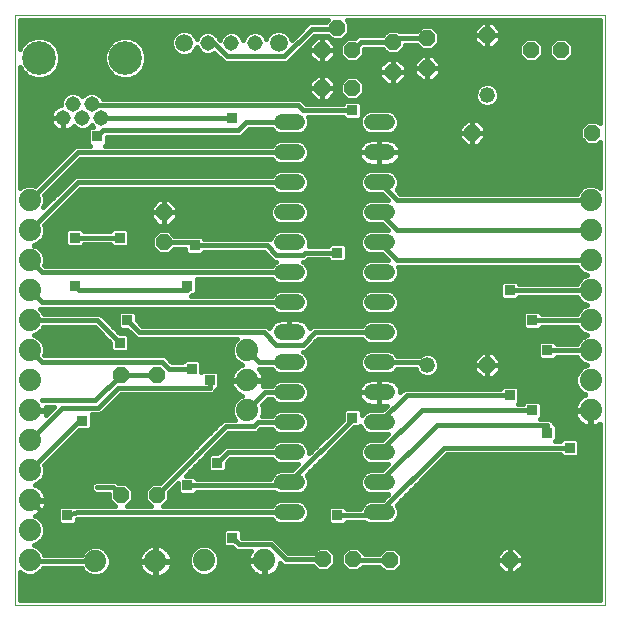
<source format=gbl>
G75*
%MOIN*%
%OFA0B0*%
%FSLAX25Y25*%
%IPPOS*%
%LPD*%
%AMOC8*
5,1,8,0,0,1.08239X$1,22.5*
%
%ADD10C,0.00000*%
%ADD11OC8,0.05200*%
%ADD12C,0.05200*%
%ADD13C,0.05150*%
%ADD14C,0.11220*%
%ADD15C,0.05200*%
%ADD16C,0.05937*%
%ADD17C,0.07400*%
%ADD18C,0.01600*%
%ADD19R,0.03562X0.03562*%
D10*
X0005060Y0001800D02*
X0005060Y0198650D01*
X0201910Y0198650D01*
X0201910Y0001800D01*
X0005060Y0001800D01*
D11*
X0040375Y0038670D03*
X0052560Y0038670D03*
X0052560Y0078670D03*
X0040375Y0078670D03*
X0054745Y0122725D03*
X0054745Y0132725D03*
X0107560Y0174300D03*
X0117560Y0174300D03*
X0117560Y0186800D03*
X0112560Y0194300D03*
X0107560Y0186800D03*
X0131005Y0189576D03*
X0131005Y0179576D03*
X0142540Y0180855D03*
X0142540Y0190855D03*
X0162560Y0191800D03*
X0177245Y0186800D03*
X0187245Y0186800D03*
X0197560Y0159300D03*
X0157560Y0159300D03*
X0162560Y0081800D03*
X0170060Y0016800D03*
X0130060Y0016800D03*
X0117875Y0017135D03*
X0107875Y0017135D03*
D12*
X0142560Y0081800D03*
X0162560Y0171800D03*
D13*
X0085119Y0189300D03*
X0077245Y0189300D03*
X0069371Y0189300D03*
X0033859Y0164221D03*
X0030710Y0168946D03*
X0027560Y0164221D03*
X0024410Y0168946D03*
X0021261Y0164221D03*
D14*
X0013190Y0184300D03*
X0041930Y0184300D03*
D15*
X0094035Y0162745D02*
X0099235Y0162745D01*
X0099235Y0152745D02*
X0094035Y0152745D01*
X0094035Y0142745D02*
X0099235Y0142745D01*
X0099235Y0132745D02*
X0094035Y0132745D01*
X0094035Y0122745D02*
X0099235Y0122745D01*
X0099235Y0112745D02*
X0094035Y0112745D01*
X0094035Y0102745D02*
X0099235Y0102745D01*
X0099235Y0092745D02*
X0094035Y0092745D01*
X0094035Y0082745D02*
X0099235Y0082745D01*
X0099235Y0072745D02*
X0094035Y0072745D01*
X0094035Y0062745D02*
X0099235Y0062745D01*
X0099235Y0052745D02*
X0094035Y0052745D01*
X0094035Y0042745D02*
X0099235Y0042745D01*
X0099235Y0032745D02*
X0094035Y0032745D01*
X0124035Y0032745D02*
X0129235Y0032745D01*
X0129235Y0042745D02*
X0124035Y0042745D01*
X0124035Y0052745D02*
X0129235Y0052745D01*
X0129235Y0062745D02*
X0124035Y0062745D01*
X0124035Y0072745D02*
X0129235Y0072745D01*
X0129235Y0082745D02*
X0124035Y0082745D01*
X0124035Y0092745D02*
X0129235Y0092745D01*
X0129235Y0102745D02*
X0124035Y0102745D01*
X0124035Y0112745D02*
X0129235Y0112745D01*
X0129235Y0122745D02*
X0124035Y0122745D01*
X0124035Y0132745D02*
X0129235Y0132745D01*
X0129235Y0142745D02*
X0124035Y0142745D01*
X0124035Y0152745D02*
X0129235Y0152745D01*
X0129235Y0162745D02*
X0124035Y0162745D01*
D16*
X0092993Y0189300D03*
X0061497Y0189300D03*
D17*
X0010060Y0136800D03*
X0010060Y0126800D03*
X0010060Y0116800D03*
X0010060Y0106800D03*
X0010060Y0096800D03*
X0010060Y0086800D03*
X0010060Y0076800D03*
X0010060Y0066800D03*
X0010060Y0056800D03*
X0010060Y0046800D03*
X0010060Y0036800D03*
X0010060Y0026800D03*
X0010060Y0016800D03*
X0031950Y0016485D03*
X0051950Y0016485D03*
X0068190Y0016800D03*
X0088190Y0016800D03*
X0082560Y0066800D03*
X0082560Y0076800D03*
X0082560Y0086800D03*
X0197060Y0086800D03*
X0197060Y0076800D03*
X0197060Y0066800D03*
X0197060Y0096800D03*
X0197060Y0106800D03*
X0197060Y0116800D03*
X0197060Y0126800D03*
X0197060Y0136800D03*
D18*
X0132580Y0136800D01*
X0126635Y0142745D01*
X0130030Y0146745D02*
X0123239Y0146745D01*
X0121769Y0146136D01*
X0120644Y0145011D01*
X0120035Y0143541D01*
X0120035Y0141949D01*
X0120644Y0140479D01*
X0121769Y0139354D01*
X0123239Y0138745D01*
X0127524Y0138745D01*
X0129524Y0136745D01*
X0123239Y0136745D01*
X0121769Y0136136D01*
X0120644Y0135011D01*
X0120035Y0133541D01*
X0120035Y0131949D01*
X0120644Y0130479D01*
X0121769Y0129354D01*
X0123239Y0128745D01*
X0127524Y0128745D01*
X0129524Y0126745D01*
X0123239Y0126745D01*
X0121769Y0126136D01*
X0120644Y0125011D01*
X0120035Y0123541D01*
X0120035Y0121949D01*
X0120644Y0120479D01*
X0121769Y0119354D01*
X0123239Y0118745D01*
X0127524Y0118745D01*
X0129524Y0116745D01*
X0123239Y0116745D01*
X0121769Y0116136D01*
X0120644Y0115011D01*
X0120035Y0113541D01*
X0120035Y0111949D01*
X0120644Y0110479D01*
X0121769Y0109354D01*
X0123239Y0108745D01*
X0130030Y0108745D01*
X0131501Y0109354D01*
X0132626Y0110479D01*
X0133235Y0111949D01*
X0133235Y0113541D01*
X0132796Y0114600D01*
X0192451Y0114600D01*
X0192736Y0113911D01*
X0194171Y0112476D01*
X0195804Y0111800D01*
X0194171Y0111124D01*
X0192736Y0109689D01*
X0192451Y0109000D01*
X0173241Y0109000D01*
X0173241Y0109161D01*
X0172421Y0109981D01*
X0167699Y0109981D01*
X0166879Y0109161D01*
X0166879Y0104439D01*
X0167699Y0103619D01*
X0172421Y0103619D01*
X0173241Y0104439D01*
X0173241Y0104600D01*
X0192451Y0104600D01*
X0192736Y0103911D01*
X0194171Y0102476D01*
X0195804Y0101800D01*
X0194171Y0101124D01*
X0192736Y0099689D01*
X0192451Y0099000D01*
X0180741Y0099000D01*
X0180741Y0099161D01*
X0179921Y0099981D01*
X0175199Y0099981D01*
X0174379Y0099161D01*
X0174379Y0094439D01*
X0175199Y0093619D01*
X0179921Y0093619D01*
X0180741Y0094439D01*
X0180741Y0094600D01*
X0192451Y0094600D01*
X0192736Y0093911D01*
X0194171Y0092476D01*
X0195804Y0091800D01*
X0194171Y0091124D01*
X0192736Y0089689D01*
X0192451Y0089000D01*
X0185741Y0089000D01*
X0185741Y0089161D01*
X0184921Y0089981D01*
X0180199Y0089981D01*
X0179379Y0089161D01*
X0179379Y0084439D01*
X0180199Y0083619D01*
X0184921Y0083619D01*
X0185741Y0084439D01*
X0185741Y0084600D01*
X0192451Y0084600D01*
X0192736Y0083911D01*
X0194171Y0082476D01*
X0195804Y0081800D01*
X0194171Y0081124D01*
X0192736Y0079689D01*
X0191960Y0077814D01*
X0191960Y0075786D01*
X0192736Y0073911D01*
X0194171Y0072476D01*
X0195297Y0072010D01*
X0194949Y0071897D01*
X0194177Y0071504D01*
X0193477Y0070995D01*
X0192865Y0070383D01*
X0192356Y0069683D01*
X0191963Y0068911D01*
X0191695Y0068088D01*
X0191560Y0067233D01*
X0191560Y0067000D01*
X0196860Y0067000D01*
X0196860Y0066600D01*
X0197260Y0066600D01*
X0197260Y0061300D01*
X0197493Y0061300D01*
X0198348Y0061435D01*
X0199171Y0061703D01*
X0199943Y0062096D01*
X0200110Y0062218D01*
X0200110Y0003600D01*
X0006860Y0003600D01*
X0006860Y0012788D01*
X0007171Y0012476D01*
X0009046Y0011700D01*
X0011074Y0011700D01*
X0012949Y0012476D01*
X0014384Y0013911D01*
X0014538Y0014285D01*
X0027341Y0014285D01*
X0027626Y0013596D01*
X0029061Y0012161D01*
X0030935Y0011385D01*
X0032964Y0011385D01*
X0034839Y0012161D01*
X0036273Y0013596D01*
X0037050Y0015471D01*
X0037050Y0017499D01*
X0036273Y0019374D01*
X0034839Y0020809D01*
X0032964Y0021585D01*
X0030935Y0021585D01*
X0029061Y0020809D01*
X0027626Y0019374D01*
X0027341Y0018685D01*
X0014799Y0018685D01*
X0014384Y0019689D01*
X0012949Y0021124D01*
X0011316Y0021800D01*
X0012949Y0022476D01*
X0014384Y0023911D01*
X0015160Y0025786D01*
X0015160Y0027814D01*
X0014384Y0029689D01*
X0012949Y0031124D01*
X0011823Y0031590D01*
X0012171Y0031703D01*
X0012943Y0032096D01*
X0013643Y0032605D01*
X0014255Y0033217D01*
X0014764Y0033917D01*
X0015157Y0034689D01*
X0015425Y0035512D01*
X0015560Y0036367D01*
X0015560Y0036600D01*
X0010260Y0036600D01*
X0010260Y0037000D01*
X0015560Y0037000D01*
X0015560Y0037233D01*
X0015425Y0038088D01*
X0015157Y0038911D01*
X0014764Y0039683D01*
X0014255Y0040383D01*
X0013643Y0040995D01*
X0012943Y0041504D01*
X0012171Y0041897D01*
X0011823Y0042010D01*
X0012949Y0042476D01*
X0014384Y0043911D01*
X0015160Y0045786D01*
X0015160Y0047814D01*
X0014875Y0048503D01*
X0026464Y0060092D01*
X0029921Y0060092D01*
X0030741Y0060913D01*
X0030741Y0065475D01*
X0033686Y0065475D01*
X0040310Y0072100D01*
X0070971Y0072100D01*
X0072260Y0073389D01*
X0072260Y0073619D01*
X0072421Y0073619D01*
X0073241Y0074439D01*
X0073241Y0079161D01*
X0072421Y0079981D01*
X0067699Y0079981D01*
X0067296Y0079578D01*
X0067296Y0082901D01*
X0066476Y0083721D01*
X0061754Y0083721D01*
X0060934Y0082901D01*
X0060934Y0082740D01*
X0057541Y0082740D01*
X0055211Y0085070D01*
X0014901Y0085070D01*
X0014875Y0085097D01*
X0015160Y0085786D01*
X0015160Y0087814D01*
X0014384Y0089689D01*
X0012949Y0091124D01*
X0011316Y0091800D01*
X0012949Y0092476D01*
X0014384Y0093911D01*
X0014669Y0094600D01*
X0031649Y0094600D01*
X0036879Y0089370D01*
X0036879Y0086939D01*
X0037699Y0086119D01*
X0042421Y0086119D01*
X0043241Y0086939D01*
X0043241Y0091661D01*
X0042421Y0092481D01*
X0039990Y0092481D01*
X0034760Y0097711D01*
X0033471Y0099000D01*
X0014669Y0099000D01*
X0014384Y0099689D01*
X0013528Y0100545D01*
X0090616Y0100545D01*
X0090644Y0100479D01*
X0091769Y0099354D01*
X0093239Y0098745D01*
X0100030Y0098745D01*
X0101501Y0099354D01*
X0102626Y0100479D01*
X0103235Y0101949D01*
X0103235Y0103541D01*
X0102626Y0105011D01*
X0101501Y0106136D01*
X0100030Y0106745D01*
X0093239Y0106745D01*
X0091769Y0106136D01*
X0090644Y0105011D01*
X0090616Y0104945D01*
X0063816Y0104945D01*
X0064033Y0105162D01*
X0064921Y0105162D01*
X0065741Y0105982D01*
X0065741Y0110545D01*
X0090616Y0110545D01*
X0090644Y0110479D01*
X0091769Y0109354D01*
X0093239Y0108745D01*
X0100030Y0108745D01*
X0101501Y0109354D01*
X0102626Y0110479D01*
X0103235Y0111949D01*
X0103235Y0113541D01*
X0102626Y0115011D01*
X0101501Y0116136D01*
X0100996Y0116345D01*
X0101886Y0116345D01*
X0102641Y0117100D01*
X0109379Y0117100D01*
X0109379Y0116939D01*
X0110199Y0116119D01*
X0114921Y0116119D01*
X0115741Y0116939D01*
X0115741Y0121661D01*
X0114921Y0122481D01*
X0110199Y0122481D01*
X0109379Y0121661D01*
X0109379Y0121500D01*
X0103049Y0121500D01*
X0103235Y0121949D01*
X0103235Y0123541D01*
X0102626Y0125011D01*
X0101501Y0126136D01*
X0100030Y0126745D01*
X0093239Y0126745D01*
X0091769Y0126136D01*
X0090644Y0125011D01*
X0090145Y0123806D01*
X0089951Y0124000D01*
X0068241Y0124000D01*
X0068241Y0124161D01*
X0067421Y0124981D01*
X0062699Y0124981D01*
X0062643Y0124925D01*
X0058202Y0124925D01*
X0056402Y0126725D01*
X0053088Y0126725D01*
X0050745Y0124382D01*
X0050745Y0121068D01*
X0053088Y0118725D01*
X0056402Y0118725D01*
X0058202Y0120525D01*
X0061879Y0120525D01*
X0061879Y0119439D01*
X0062699Y0118619D01*
X0067421Y0118619D01*
X0068241Y0119439D01*
X0068241Y0119600D01*
X0088129Y0119600D01*
X0091384Y0116345D01*
X0092273Y0116345D01*
X0091769Y0116136D01*
X0090644Y0115011D01*
X0090616Y0114945D01*
X0015026Y0114945D01*
X0014875Y0115097D01*
X0015160Y0115786D01*
X0015160Y0117814D01*
X0014384Y0119689D01*
X0012949Y0121124D01*
X0011316Y0121800D01*
X0012949Y0122476D01*
X0014384Y0123911D01*
X0015160Y0125786D01*
X0015160Y0127814D01*
X0014875Y0128503D01*
X0026916Y0140545D01*
X0090616Y0140545D01*
X0090644Y0140479D01*
X0091769Y0139354D01*
X0093239Y0138745D01*
X0100030Y0138745D01*
X0101501Y0139354D01*
X0102626Y0140479D01*
X0103235Y0141949D01*
X0103235Y0143541D01*
X0102626Y0145011D01*
X0101501Y0146136D01*
X0100030Y0146745D01*
X0093239Y0146745D01*
X0091769Y0146136D01*
X0090644Y0145011D01*
X0090616Y0144945D01*
X0025094Y0144945D01*
X0023805Y0143656D01*
X0014612Y0134464D01*
X0015160Y0135786D01*
X0015160Y0137814D01*
X0014875Y0138503D01*
X0026916Y0150545D01*
X0090616Y0150545D01*
X0090644Y0150479D01*
X0091769Y0149354D01*
X0093239Y0148745D01*
X0100030Y0148745D01*
X0101501Y0149354D01*
X0102626Y0150479D01*
X0103235Y0151949D01*
X0103235Y0153541D01*
X0102626Y0155011D01*
X0101501Y0156136D01*
X0100030Y0156745D01*
X0093239Y0156745D01*
X0091769Y0156136D01*
X0090644Y0155011D01*
X0090616Y0154945D01*
X0035002Y0154945D01*
X0035741Y0155684D01*
X0035741Y0157846D01*
X0080443Y0157846D01*
X0083141Y0160545D01*
X0090616Y0160545D01*
X0090644Y0160479D01*
X0091769Y0159354D01*
X0093239Y0158745D01*
X0100030Y0158745D01*
X0101501Y0159354D01*
X0102626Y0160479D01*
X0103235Y0161949D01*
X0103235Y0163541D01*
X0102796Y0164600D01*
X0114379Y0164600D01*
X0114379Y0164439D01*
X0115199Y0163619D01*
X0119921Y0163619D01*
X0120171Y0163869D01*
X0120035Y0163541D01*
X0120035Y0161949D01*
X0120644Y0160479D01*
X0121769Y0159354D01*
X0123239Y0158745D01*
X0130030Y0158745D01*
X0131501Y0159354D01*
X0132626Y0160479D01*
X0133235Y0161949D01*
X0133235Y0163541D01*
X0132626Y0165011D01*
X0131501Y0166136D01*
X0130030Y0166745D01*
X0123239Y0166745D01*
X0121769Y0166136D01*
X0120741Y0165108D01*
X0120741Y0169161D01*
X0119921Y0169981D01*
X0115199Y0169981D01*
X0114379Y0169161D01*
X0114379Y0169000D01*
X0102031Y0169000D01*
X0100435Y0170596D01*
X0034328Y0170596D01*
X0034079Y0171197D01*
X0032961Y0172315D01*
X0031500Y0172920D01*
X0029919Y0172920D01*
X0028458Y0172315D01*
X0027560Y0171417D01*
X0026662Y0172315D01*
X0025201Y0172920D01*
X0023620Y0172920D01*
X0022159Y0172315D01*
X0021041Y0171197D01*
X0020436Y0169736D01*
X0020436Y0168520D01*
X0020236Y0168488D01*
X0019581Y0168276D01*
X0018968Y0167963D01*
X0018411Y0167558D01*
X0017924Y0167071D01*
X0017519Y0166514D01*
X0017206Y0165901D01*
X0016994Y0165246D01*
X0016886Y0164566D01*
X0016886Y0164221D01*
X0016886Y0163877D01*
X0016994Y0163197D01*
X0017206Y0162542D01*
X0017519Y0161928D01*
X0017924Y0161371D01*
X0018411Y0160884D01*
X0018968Y0160480D01*
X0019581Y0160167D01*
X0020236Y0159954D01*
X0020916Y0159846D01*
X0021261Y0159846D01*
X0021605Y0159846D01*
X0022285Y0159954D01*
X0022940Y0160167D01*
X0023554Y0160480D01*
X0024111Y0160884D01*
X0024598Y0161371D01*
X0024678Y0161482D01*
X0025308Y0160852D01*
X0026769Y0160246D01*
X0028351Y0160246D01*
X0029812Y0160852D01*
X0030710Y0161750D01*
X0031233Y0161226D01*
X0030199Y0161226D01*
X0029379Y0160406D01*
X0029379Y0155684D01*
X0030118Y0154945D01*
X0025094Y0154945D01*
X0023805Y0153656D01*
X0011763Y0141615D01*
X0011074Y0141900D01*
X0009046Y0141900D01*
X0007171Y0141124D01*
X0006860Y0140812D01*
X0006860Y0181263D01*
X0007247Y0180329D01*
X0009219Y0178357D01*
X0011795Y0177290D01*
X0014584Y0177290D01*
X0017161Y0178357D01*
X0019133Y0180329D01*
X0020200Y0182906D01*
X0020200Y0185694D01*
X0019133Y0188271D01*
X0017161Y0190243D01*
X0014584Y0191310D01*
X0011795Y0191310D01*
X0009219Y0190243D01*
X0007247Y0188271D01*
X0006860Y0187337D01*
X0006860Y0196850D01*
X0109454Y0196850D01*
X0108654Y0196050D01*
X0103093Y0196050D01*
X0097318Y0190275D01*
X0096696Y0191775D01*
X0095468Y0193003D01*
X0093862Y0193668D01*
X0092124Y0193668D01*
X0090518Y0193003D01*
X0089290Y0191775D01*
X0088843Y0190696D01*
X0088489Y0191552D01*
X0087371Y0192670D01*
X0085910Y0193275D01*
X0084328Y0193275D01*
X0082867Y0192670D01*
X0081749Y0191552D01*
X0081182Y0190182D01*
X0080615Y0191552D01*
X0079497Y0192670D01*
X0078036Y0193275D01*
X0076454Y0193275D01*
X0074993Y0192670D01*
X0073875Y0191552D01*
X0073385Y0190367D01*
X0073123Y0190630D01*
X0072741Y0191552D01*
X0071623Y0192670D01*
X0070162Y0193275D01*
X0068580Y0193275D01*
X0067119Y0192670D01*
X0066001Y0191552D01*
X0065647Y0190696D01*
X0065200Y0191775D01*
X0063972Y0193003D01*
X0062366Y0193668D01*
X0060628Y0193668D01*
X0059022Y0193003D01*
X0057794Y0191775D01*
X0057128Y0190169D01*
X0057128Y0188431D01*
X0057794Y0186825D01*
X0059022Y0185597D01*
X0060628Y0184931D01*
X0062366Y0184931D01*
X0063972Y0185597D01*
X0065200Y0186825D01*
X0065647Y0187904D01*
X0066001Y0187048D01*
X0067119Y0185930D01*
X0068580Y0185325D01*
X0070162Y0185325D01*
X0071606Y0185924D01*
X0074998Y0182531D01*
X0095797Y0182531D01*
X0097085Y0183820D01*
X0104916Y0191650D01*
X0109553Y0191650D01*
X0110903Y0190300D01*
X0114217Y0190300D01*
X0116560Y0192643D01*
X0116560Y0195957D01*
X0115666Y0196850D01*
X0200110Y0196850D01*
X0200110Y0162406D01*
X0199217Y0163300D01*
X0195903Y0163300D01*
X0193560Y0160957D01*
X0193560Y0157643D01*
X0195903Y0155300D01*
X0199217Y0155300D01*
X0200110Y0156194D01*
X0200110Y0140962D01*
X0199949Y0141124D01*
X0198074Y0141900D01*
X0196046Y0141900D01*
X0194171Y0141124D01*
X0192736Y0139689D01*
X0192451Y0139000D01*
X0133491Y0139000D01*
X0132319Y0140172D01*
X0132626Y0140479D01*
X0133235Y0141949D01*
X0133235Y0143541D01*
X0132626Y0145011D01*
X0131501Y0146136D01*
X0130030Y0146745D01*
X0129581Y0148345D02*
X0126635Y0148345D01*
X0126635Y0152745D01*
X0133635Y0152745D01*
X0133635Y0153091D01*
X0133526Y0153775D01*
X0133312Y0154434D01*
X0132998Y0155051D01*
X0132591Y0155611D01*
X0132101Y0156101D01*
X0131541Y0156508D01*
X0130924Y0156823D01*
X0130265Y0157037D01*
X0129581Y0157145D01*
X0126635Y0157145D01*
X0126635Y0152745D01*
X0126635Y0152745D01*
X0126635Y0152745D01*
X0133635Y0152745D01*
X0133635Y0152399D01*
X0133526Y0151715D01*
X0133312Y0151056D01*
X0132998Y0150439D01*
X0132591Y0149878D01*
X0132101Y0149389D01*
X0131541Y0148982D01*
X0130924Y0148667D01*
X0130265Y0148453D01*
X0129581Y0148345D01*
X0131308Y0148863D02*
X0200110Y0148863D01*
X0200110Y0147265D02*
X0023636Y0147265D01*
X0025234Y0148863D02*
X0092954Y0148863D01*
X0090661Y0150462D02*
X0026833Y0150462D01*
X0026005Y0152745D02*
X0096635Y0152745D01*
X0100316Y0148863D02*
X0121961Y0148863D01*
X0121729Y0148982D02*
X0122346Y0148667D01*
X0123004Y0148453D01*
X0123688Y0148345D01*
X0126635Y0148345D01*
X0126635Y0152745D01*
X0126635Y0157145D01*
X0123688Y0157145D01*
X0123004Y0157037D01*
X0122346Y0156823D01*
X0121729Y0156508D01*
X0121168Y0156101D01*
X0120679Y0155611D01*
X0120272Y0155051D01*
X0119957Y0154434D01*
X0119743Y0153775D01*
X0119635Y0153091D01*
X0119635Y0152745D01*
X0126635Y0152745D01*
X0126635Y0152745D01*
X0126635Y0152745D01*
X0119635Y0152745D01*
X0119635Y0152399D01*
X0119743Y0151715D01*
X0119957Y0151056D01*
X0120272Y0150439D01*
X0120679Y0149878D01*
X0121168Y0149389D01*
X0121729Y0148982D01*
X0120260Y0150462D02*
X0102608Y0150462D01*
X0103235Y0152060D02*
X0119688Y0152060D01*
X0119725Y0153659D02*
X0103186Y0153659D01*
X0102379Y0155257D02*
X0120421Y0155257D01*
X0122448Y0156856D02*
X0035741Y0156856D01*
X0035314Y0155257D02*
X0090890Y0155257D01*
X0091070Y0160053D02*
X0082649Y0160053D01*
X0081050Y0158454D02*
X0153160Y0158454D01*
X0153160Y0159300D02*
X0153160Y0157477D01*
X0155737Y0154900D01*
X0157560Y0154900D01*
X0159383Y0154900D01*
X0161960Y0157477D01*
X0161960Y0159300D01*
X0161960Y0161123D01*
X0159383Y0163700D01*
X0157560Y0163700D01*
X0157560Y0159300D01*
X0161960Y0159300D01*
X0157560Y0159300D01*
X0157560Y0159300D01*
X0157560Y0159300D01*
X0157560Y0154900D01*
X0157560Y0159300D01*
X0157560Y0159300D01*
X0157560Y0159300D01*
X0153160Y0159300D01*
X0153160Y0161123D01*
X0155737Y0163700D01*
X0157560Y0163700D01*
X0157560Y0159300D01*
X0153160Y0159300D01*
X0153160Y0160053D02*
X0132199Y0160053D01*
X0133111Y0161651D02*
X0153689Y0161651D01*
X0155287Y0163250D02*
X0133235Y0163250D01*
X0132693Y0164848D02*
X0200110Y0164848D01*
X0200110Y0163250D02*
X0199267Y0163250D01*
X0200110Y0166447D02*
X0130750Y0166447D01*
X0122519Y0166447D02*
X0120741Y0166447D01*
X0120741Y0168045D02*
X0161172Y0168045D01*
X0161764Y0167800D02*
X0163356Y0167800D01*
X0164826Y0168409D01*
X0165951Y0169534D01*
X0166560Y0171004D01*
X0166560Y0172596D01*
X0165951Y0174066D01*
X0164826Y0175191D01*
X0163356Y0175800D01*
X0161764Y0175800D01*
X0160294Y0175191D01*
X0159169Y0174066D01*
X0158560Y0172596D01*
X0158560Y0171004D01*
X0159169Y0169534D01*
X0160294Y0168409D01*
X0161764Y0167800D01*
X0163948Y0168045D02*
X0200110Y0168045D01*
X0200110Y0169644D02*
X0165996Y0169644D01*
X0166560Y0171242D02*
X0200110Y0171242D01*
X0200110Y0172841D02*
X0166458Y0172841D01*
X0165578Y0174439D02*
X0200110Y0174439D01*
X0200110Y0176038D02*
X0133690Y0176038D01*
X0132827Y0175176D02*
X0131005Y0175176D01*
X0131005Y0179575D01*
X0131005Y0179575D01*
X0131005Y0175176D01*
X0129182Y0175176D01*
X0126605Y0177753D01*
X0126605Y0179576D01*
X0131005Y0179576D01*
X0131005Y0179576D01*
X0131005Y0183976D01*
X0132827Y0183976D01*
X0135405Y0181398D01*
X0135405Y0179576D01*
X0131005Y0179576D01*
X0131005Y0183976D01*
X0129182Y0183976D01*
X0126605Y0181398D01*
X0126605Y0179576D01*
X0131005Y0179576D01*
X0131005Y0179576D01*
X0131005Y0179576D01*
X0135405Y0179576D01*
X0135405Y0177753D01*
X0132827Y0175176D01*
X0131005Y0176038D02*
X0131005Y0176038D01*
X0131005Y0177636D02*
X0131005Y0177636D01*
X0131005Y0179235D02*
X0131005Y0179235D01*
X0131005Y0180833D02*
X0131005Y0180833D01*
X0131005Y0182432D02*
X0131005Y0182432D01*
X0134371Y0182432D02*
X0138140Y0182432D01*
X0138140Y0182678D02*
X0138140Y0180855D01*
X0138140Y0179033D01*
X0140718Y0176455D01*
X0142540Y0176455D01*
X0142540Y0180855D01*
X0138140Y0180855D01*
X0142540Y0180855D01*
X0142540Y0180855D01*
X0142540Y0180855D01*
X0142540Y0185255D01*
X0140718Y0185255D01*
X0138140Y0182678D01*
X0138140Y0180833D02*
X0135405Y0180833D01*
X0135405Y0179235D02*
X0138140Y0179235D01*
X0139537Y0177636D02*
X0135288Y0177636D01*
X0142540Y0177636D02*
X0142540Y0177636D01*
X0142540Y0176455D02*
X0144363Y0176455D01*
X0146940Y0179033D01*
X0146940Y0180855D01*
X0142540Y0180855D01*
X0142540Y0180855D01*
X0142540Y0176455D01*
X0142540Y0179235D02*
X0142540Y0179235D01*
X0142540Y0180833D02*
X0142540Y0180833D01*
X0142540Y0180855D02*
X0142540Y0180855D01*
X0142540Y0185255D01*
X0144363Y0185255D01*
X0146940Y0182678D01*
X0146940Y0180855D01*
X0142540Y0180855D01*
X0142540Y0182432D02*
X0142540Y0182432D01*
X0142540Y0184030D02*
X0142540Y0184030D01*
X0139493Y0184030D02*
X0120447Y0184030D01*
X0121560Y0185143D02*
X0121560Y0187376D01*
X0127548Y0187376D01*
X0129348Y0185576D01*
X0132662Y0185576D01*
X0135005Y0187919D01*
X0135005Y0188655D01*
X0139083Y0188655D01*
X0140883Y0186855D01*
X0144197Y0186855D01*
X0146540Y0189198D01*
X0146540Y0192512D01*
X0144197Y0194855D01*
X0140883Y0194855D01*
X0139083Y0193055D01*
X0133182Y0193055D01*
X0132662Y0193576D01*
X0129348Y0193576D01*
X0127548Y0191776D01*
X0119424Y0191776D01*
X0118449Y0190800D01*
X0115903Y0190800D01*
X0113560Y0188457D01*
X0113560Y0185143D01*
X0115903Y0182800D01*
X0119217Y0182800D01*
X0121560Y0185143D01*
X0121560Y0185629D02*
X0129295Y0185629D01*
X0127696Y0187227D02*
X0121560Y0187227D01*
X0120336Y0189576D02*
X0131005Y0189576D01*
X0132284Y0190855D01*
X0142540Y0190855D01*
X0140511Y0187227D02*
X0134313Y0187227D01*
X0132715Y0185629D02*
X0173245Y0185629D01*
X0173245Y0185143D02*
X0175588Y0182800D01*
X0178902Y0182800D01*
X0181245Y0185143D01*
X0181245Y0188457D01*
X0178902Y0190800D01*
X0175588Y0190800D01*
X0173245Y0188457D01*
X0173245Y0185143D01*
X0174358Y0184030D02*
X0145588Y0184030D01*
X0146940Y0182432D02*
X0200110Y0182432D01*
X0200110Y0184030D02*
X0190132Y0184030D01*
X0191245Y0185143D02*
X0188902Y0182800D01*
X0185588Y0182800D01*
X0183245Y0185143D01*
X0183245Y0188457D01*
X0185588Y0190800D01*
X0188902Y0190800D01*
X0191245Y0188457D01*
X0191245Y0185143D01*
X0191245Y0185629D02*
X0200110Y0185629D01*
X0200110Y0187227D02*
X0191245Y0187227D01*
X0190876Y0188826D02*
X0200110Y0188826D01*
X0200110Y0190424D02*
X0189278Y0190424D01*
X0185213Y0190424D02*
X0179278Y0190424D01*
X0180876Y0188826D02*
X0183614Y0188826D01*
X0183245Y0187227D02*
X0181245Y0187227D01*
X0181245Y0185629D02*
X0183245Y0185629D01*
X0184358Y0184030D02*
X0180132Y0184030D01*
X0173245Y0187227D02*
X0144569Y0187227D01*
X0146168Y0188826D02*
X0159312Y0188826D01*
X0158160Y0189977D02*
X0160737Y0187400D01*
X0162560Y0187400D01*
X0164383Y0187400D01*
X0166960Y0189977D01*
X0166960Y0191800D01*
X0166960Y0193623D01*
X0164383Y0196200D01*
X0162560Y0196200D01*
X0162560Y0191800D01*
X0166960Y0191800D01*
X0162560Y0191800D01*
X0162560Y0191800D01*
X0162560Y0191800D01*
X0162560Y0187400D01*
X0162560Y0191800D01*
X0162560Y0191800D01*
X0162560Y0191800D01*
X0158160Y0191800D01*
X0158160Y0193623D01*
X0160737Y0196200D01*
X0162560Y0196200D01*
X0162560Y0191800D01*
X0158160Y0191800D01*
X0158160Y0189977D01*
X0158160Y0190424D02*
X0146540Y0190424D01*
X0146540Y0192023D02*
X0158160Y0192023D01*
X0158160Y0193621D02*
X0145431Y0193621D01*
X0139650Y0193621D02*
X0116560Y0193621D01*
X0116560Y0195220D02*
X0159757Y0195220D01*
X0162560Y0195220D02*
X0162560Y0195220D01*
X0162560Y0193621D02*
X0162560Y0193621D01*
X0162560Y0192023D02*
X0162560Y0192023D01*
X0162560Y0190424D02*
X0162560Y0190424D01*
X0162560Y0188826D02*
X0162560Y0188826D01*
X0165808Y0188826D02*
X0173614Y0188826D01*
X0175213Y0190424D02*
X0166960Y0190424D01*
X0166960Y0192023D02*
X0200110Y0192023D01*
X0200110Y0193621D02*
X0166960Y0193621D01*
X0165363Y0195220D02*
X0200110Y0195220D01*
X0200110Y0196818D02*
X0115698Y0196818D01*
X0112560Y0193850D02*
X0104004Y0193850D01*
X0094885Y0184731D01*
X0075909Y0184731D01*
X0071341Y0189300D01*
X0069371Y0189300D01*
X0066473Y0192023D02*
X0064952Y0192023D01*
X0062480Y0193621D02*
X0092010Y0193621D01*
X0093976Y0193621D02*
X0100664Y0193621D01*
X0099066Y0192023D02*
X0096448Y0192023D01*
X0097256Y0190424D02*
X0097467Y0190424D01*
X0100492Y0187227D02*
X0103160Y0187227D01*
X0103160Y0186800D02*
X0107560Y0186800D01*
X0111960Y0186800D01*
X0111960Y0188623D01*
X0109383Y0191200D01*
X0107560Y0191200D01*
X0107560Y0186800D01*
X0107560Y0186800D01*
X0111960Y0186800D01*
X0111960Y0184977D01*
X0109383Y0182400D01*
X0107560Y0182400D01*
X0107560Y0186800D01*
X0107560Y0186800D01*
X0107560Y0186800D01*
X0107560Y0186800D01*
X0107560Y0191200D01*
X0105737Y0191200D01*
X0103160Y0188623D01*
X0103160Y0186800D01*
X0103160Y0184977D01*
X0105737Y0182400D01*
X0107560Y0182400D01*
X0107560Y0186800D01*
X0103160Y0186800D01*
X0103160Y0185629D02*
X0098894Y0185629D01*
X0097295Y0184030D02*
X0104107Y0184030D01*
X0105706Y0182432D02*
X0048744Y0182432D01*
X0048940Y0182906D02*
X0047873Y0180329D01*
X0045901Y0178357D01*
X0043324Y0177290D01*
X0040536Y0177290D01*
X0037959Y0178357D01*
X0035987Y0180329D01*
X0034920Y0182906D01*
X0034920Y0185694D01*
X0035987Y0188271D01*
X0037959Y0190243D01*
X0040536Y0191310D01*
X0043324Y0191310D01*
X0045901Y0190243D01*
X0047873Y0188271D01*
X0048940Y0185694D01*
X0048940Y0182906D01*
X0048940Y0184030D02*
X0073499Y0184030D01*
X0071901Y0185629D02*
X0070895Y0185629D01*
X0067847Y0185629D02*
X0064004Y0185629D01*
X0065367Y0187227D02*
X0065927Y0187227D01*
X0072269Y0192023D02*
X0074347Y0192023D01*
X0073408Y0190424D02*
X0073328Y0190424D01*
X0080143Y0192023D02*
X0082221Y0192023D01*
X0081282Y0190424D02*
X0081082Y0190424D01*
X0088017Y0192023D02*
X0089538Y0192023D01*
X0102091Y0188826D02*
X0103363Y0188826D01*
X0103690Y0190424D02*
X0104962Y0190424D01*
X0107560Y0190424D02*
X0107560Y0190424D01*
X0107560Y0188826D02*
X0107560Y0188826D01*
X0107560Y0187227D02*
X0107560Y0187227D01*
X0107560Y0185629D02*
X0107560Y0185629D01*
X0107560Y0184030D02*
X0107560Y0184030D01*
X0107560Y0182432D02*
X0107560Y0182432D01*
X0109414Y0182432D02*
X0127639Y0182432D01*
X0126605Y0180833D02*
X0048082Y0180833D01*
X0046779Y0179235D02*
X0126605Y0179235D01*
X0126722Y0177636D02*
X0119881Y0177636D01*
X0119217Y0178300D02*
X0115903Y0178300D01*
X0113560Y0175957D01*
X0113560Y0172643D01*
X0115903Y0170300D01*
X0119217Y0170300D01*
X0121560Y0172643D01*
X0121560Y0175957D01*
X0119217Y0178300D01*
X0121479Y0176038D02*
X0128320Y0176038D01*
X0121560Y0174439D02*
X0159542Y0174439D01*
X0158662Y0172841D02*
X0121560Y0172841D01*
X0120159Y0171242D02*
X0158560Y0171242D01*
X0159124Y0169644D02*
X0120258Y0169644D01*
X0117560Y0166800D02*
X0101119Y0166800D01*
X0099523Y0168396D01*
X0031259Y0168396D01*
X0030710Y0168946D01*
X0031693Y0172841D02*
X0103160Y0172841D01*
X0103160Y0172477D02*
X0105737Y0169900D01*
X0107560Y0169900D01*
X0109383Y0169900D01*
X0111960Y0172477D01*
X0111960Y0174300D01*
X0111960Y0176123D01*
X0109383Y0178700D01*
X0107560Y0178700D01*
X0107560Y0174300D01*
X0111960Y0174300D01*
X0107560Y0174300D01*
X0107560Y0174300D01*
X0107560Y0174300D01*
X0107560Y0169900D01*
X0107560Y0174300D01*
X0107560Y0174300D01*
X0107560Y0174300D01*
X0103160Y0174300D01*
X0103160Y0176123D01*
X0105737Y0178700D01*
X0107560Y0178700D01*
X0107560Y0174300D01*
X0103160Y0174300D01*
X0103160Y0172477D01*
X0104395Y0171242D02*
X0034034Y0171242D01*
X0029726Y0172841D02*
X0025394Y0172841D01*
X0023427Y0172841D02*
X0006860Y0172841D01*
X0006860Y0174439D02*
X0103160Y0174439D01*
X0103160Y0176038D02*
X0006860Y0176038D01*
X0006860Y0177636D02*
X0010959Y0177636D01*
X0008341Y0179235D02*
X0006860Y0179235D01*
X0006860Y0180833D02*
X0007038Y0180833D01*
X0006860Y0188826D02*
X0007802Y0188826D01*
X0006860Y0190424D02*
X0009657Y0190424D01*
X0006860Y0192023D02*
X0058042Y0192023D01*
X0057234Y0190424D02*
X0045463Y0190424D01*
X0047318Y0188826D02*
X0057128Y0188826D01*
X0057627Y0187227D02*
X0048305Y0187227D01*
X0048940Y0185629D02*
X0058990Y0185629D01*
X0060514Y0193621D02*
X0006860Y0193621D01*
X0006860Y0195220D02*
X0102263Y0195220D01*
X0109422Y0196818D02*
X0006860Y0196818D01*
X0016723Y0190424D02*
X0038397Y0190424D01*
X0036542Y0188826D02*
X0018578Y0188826D01*
X0019565Y0187227D02*
X0035555Y0187227D01*
X0034920Y0185629D02*
X0020200Y0185629D01*
X0020200Y0184030D02*
X0034920Y0184030D01*
X0035116Y0182432D02*
X0020004Y0182432D01*
X0019342Y0180833D02*
X0035778Y0180833D01*
X0037081Y0179235D02*
X0018039Y0179235D01*
X0015421Y0177636D02*
X0039699Y0177636D01*
X0044161Y0177636D02*
X0104674Y0177636D01*
X0107560Y0177636D02*
X0107560Y0177636D01*
X0107560Y0176038D02*
X0107560Y0176038D01*
X0107560Y0174439D02*
X0107560Y0174439D01*
X0107560Y0172841D02*
X0107560Y0172841D01*
X0107560Y0171242D02*
X0107560Y0171242D01*
X0110725Y0171242D02*
X0114961Y0171242D01*
X0114862Y0169644D02*
X0101387Y0169644D01*
X0103235Y0163250D02*
X0120035Y0163250D01*
X0120158Y0161651D02*
X0103111Y0161651D01*
X0102199Y0160053D02*
X0121070Y0160053D01*
X0126635Y0156856D02*
X0126635Y0156856D01*
X0126635Y0155257D02*
X0126635Y0155257D01*
X0126635Y0153659D02*
X0126635Y0153659D01*
X0126635Y0152060D02*
X0126635Y0152060D01*
X0126635Y0150462D02*
X0126635Y0150462D01*
X0126635Y0148863D02*
X0126635Y0148863D01*
X0131970Y0145666D02*
X0200110Y0145666D01*
X0200110Y0144068D02*
X0133017Y0144068D01*
X0133235Y0142469D02*
X0200110Y0142469D01*
X0193918Y0140870D02*
X0132788Y0140870D01*
X0133219Y0139272D02*
X0192564Y0139272D01*
X0200110Y0150462D02*
X0133010Y0150462D01*
X0133581Y0152060D02*
X0200110Y0152060D01*
X0200110Y0153659D02*
X0133545Y0153659D01*
X0132848Y0155257D02*
X0155380Y0155257D01*
X0157560Y0155257D02*
X0157560Y0155257D01*
X0157560Y0156856D02*
X0157560Y0156856D01*
X0157560Y0158454D02*
X0157560Y0158454D01*
X0157560Y0160053D02*
X0157560Y0160053D01*
X0157560Y0161651D02*
X0157560Y0161651D01*
X0157560Y0163250D02*
X0157560Y0163250D01*
X0159833Y0163250D02*
X0195853Y0163250D01*
X0194254Y0161651D02*
X0161431Y0161651D01*
X0161960Y0160053D02*
X0193560Y0160053D01*
X0193560Y0158454D02*
X0161960Y0158454D01*
X0161338Y0156856D02*
X0194348Y0156856D01*
X0200110Y0155257D02*
X0159740Y0155257D01*
X0153782Y0156856D02*
X0130822Y0156856D01*
X0121299Y0145666D02*
X0101970Y0145666D01*
X0103017Y0144068D02*
X0120253Y0144068D01*
X0120035Y0142469D02*
X0103235Y0142469D01*
X0102788Y0140870D02*
X0120482Y0140870D01*
X0121967Y0139272D02*
X0101303Y0139272D01*
X0100030Y0136745D02*
X0101501Y0136136D01*
X0102626Y0135011D01*
X0103235Y0133541D01*
X0103235Y0131949D01*
X0102626Y0130479D01*
X0101501Y0129354D01*
X0100030Y0128745D01*
X0093239Y0128745D01*
X0091769Y0129354D01*
X0090644Y0130479D01*
X0090035Y0131949D01*
X0090035Y0133541D01*
X0090644Y0135011D01*
X0091769Y0136136D01*
X0093239Y0136745D01*
X0100030Y0136745D01*
X0101562Y0136075D02*
X0121708Y0136075D01*
X0120422Y0134476D02*
X0102847Y0134476D01*
X0103235Y0132878D02*
X0120035Y0132878D01*
X0120312Y0131279D02*
X0102957Y0131279D01*
X0101828Y0129681D02*
X0121442Y0129681D01*
X0122609Y0126484D02*
X0100661Y0126484D01*
X0102678Y0124885D02*
X0120592Y0124885D01*
X0120035Y0123287D02*
X0103235Y0123287D01*
X0103127Y0121688D02*
X0109406Y0121688D01*
X0112560Y0119300D02*
X0101730Y0119300D01*
X0100975Y0118545D01*
X0092295Y0118545D01*
X0089040Y0121800D01*
X0065060Y0121800D01*
X0064135Y0122725D01*
X0054745Y0122725D01*
X0051724Y0120090D02*
X0013983Y0120090D01*
X0014880Y0118491D02*
X0089237Y0118491D01*
X0090836Y0116893D02*
X0015160Y0116893D01*
X0014956Y0115294D02*
X0090927Y0115294D01*
X0090636Y0110499D02*
X0065741Y0110499D01*
X0065741Y0108900D02*
X0092864Y0108900D01*
X0091336Y0105703D02*
X0065462Y0105703D01*
X0065741Y0107302D02*
X0166879Y0107302D01*
X0166879Y0108900D02*
X0130406Y0108900D01*
X0130030Y0106745D02*
X0131501Y0106136D01*
X0132626Y0105011D01*
X0133235Y0103541D01*
X0133235Y0101949D01*
X0132626Y0100479D01*
X0131501Y0099354D01*
X0130030Y0098745D01*
X0123239Y0098745D01*
X0121769Y0099354D01*
X0120644Y0100479D01*
X0120035Y0101949D01*
X0120035Y0103541D01*
X0120644Y0105011D01*
X0121769Y0106136D01*
X0123239Y0106745D01*
X0130030Y0106745D01*
X0131933Y0105703D02*
X0166879Y0105703D01*
X0167213Y0104105D02*
X0133001Y0104105D01*
X0133235Y0102506D02*
X0194141Y0102506D01*
X0193955Y0100908D02*
X0132803Y0100908D01*
X0131393Y0099309D02*
X0174527Y0099309D01*
X0174379Y0097711D02*
X0045741Y0097711D01*
X0045741Y0096730D02*
X0045741Y0099161D01*
X0044921Y0099981D01*
X0040199Y0099981D01*
X0039379Y0099161D01*
X0039379Y0094439D01*
X0040199Y0093619D01*
X0042630Y0093619D01*
X0044415Y0091834D01*
X0045704Y0090545D01*
X0079092Y0090545D01*
X0078236Y0089689D01*
X0077460Y0087814D01*
X0077460Y0085786D01*
X0078236Y0083911D01*
X0079671Y0082476D01*
X0080797Y0082010D01*
X0080449Y0081897D01*
X0079677Y0081504D01*
X0078977Y0080995D01*
X0078365Y0080383D01*
X0077856Y0079683D01*
X0077463Y0078911D01*
X0077195Y0078088D01*
X0077060Y0077233D01*
X0077060Y0077000D01*
X0082360Y0077000D01*
X0082360Y0076600D01*
X0077060Y0076600D01*
X0077060Y0076367D01*
X0077195Y0075512D01*
X0077463Y0074689D01*
X0077856Y0073917D01*
X0078365Y0073217D01*
X0078977Y0072605D01*
X0079677Y0072096D01*
X0080449Y0071703D01*
X0080797Y0071590D01*
X0079671Y0071124D01*
X0078236Y0069689D01*
X0077460Y0067814D01*
X0077460Y0065786D01*
X0078236Y0063911D01*
X0078448Y0063700D01*
X0074479Y0063700D01*
X0073190Y0062411D01*
X0053449Y0042670D01*
X0050903Y0042670D01*
X0048560Y0040327D01*
X0048560Y0037013D01*
X0050628Y0034945D01*
X0042307Y0034945D01*
X0044375Y0037013D01*
X0044375Y0040327D01*
X0042032Y0042670D01*
X0039486Y0042670D01*
X0038786Y0043370D01*
X0031649Y0043370D01*
X0030360Y0042081D01*
X0030360Y0040259D01*
X0031649Y0038970D01*
X0036375Y0038970D01*
X0036375Y0037013D01*
X0038443Y0034945D01*
X0026587Y0034945D01*
X0026302Y0035108D01*
X0025709Y0034945D01*
X0025094Y0034945D01*
X0025025Y0034877D01*
X0024921Y0034981D01*
X0020199Y0034981D01*
X0019379Y0034161D01*
X0019379Y0029439D01*
X0020199Y0028619D01*
X0024921Y0028619D01*
X0025741Y0029439D01*
X0025741Y0030391D01*
X0026301Y0030545D01*
X0090616Y0030545D01*
X0090644Y0030479D01*
X0091769Y0029354D01*
X0093239Y0028745D01*
X0100030Y0028745D01*
X0101501Y0029354D01*
X0102626Y0030479D01*
X0103235Y0031949D01*
X0103235Y0033541D01*
X0102626Y0035011D01*
X0101501Y0036136D01*
X0100030Y0036745D01*
X0093239Y0036745D01*
X0091769Y0036136D01*
X0090644Y0035011D01*
X0090616Y0034945D01*
X0054492Y0034945D01*
X0056560Y0037013D01*
X0056560Y0039559D01*
X0059379Y0042378D01*
X0059379Y0039439D01*
X0060199Y0038619D01*
X0064921Y0038619D01*
X0065741Y0039439D01*
X0065741Y0039600D01*
X0091523Y0039600D01*
X0091769Y0039354D01*
X0093239Y0038745D01*
X0100030Y0038745D01*
X0101501Y0039354D01*
X0102626Y0040479D01*
X0103235Y0041949D01*
X0103235Y0043541D01*
X0102626Y0045011D01*
X0102319Y0045318D01*
X0118120Y0061119D01*
X0119921Y0061119D01*
X0120245Y0061443D01*
X0120644Y0060479D01*
X0121769Y0059354D01*
X0123239Y0058745D01*
X0129524Y0058745D01*
X0127524Y0056745D01*
X0123239Y0056745D01*
X0121769Y0056136D01*
X0120644Y0055011D01*
X0120035Y0053541D01*
X0120035Y0051949D01*
X0120644Y0050479D01*
X0121769Y0049354D01*
X0123239Y0048745D01*
X0129524Y0048745D01*
X0127524Y0046745D01*
X0123239Y0046745D01*
X0121769Y0046136D01*
X0120644Y0045011D01*
X0120035Y0043541D01*
X0120035Y0041949D01*
X0120644Y0040479D01*
X0121769Y0039354D01*
X0123239Y0038745D01*
X0129524Y0038745D01*
X0127524Y0036745D01*
X0123239Y0036745D01*
X0121769Y0036136D01*
X0120644Y0035011D01*
X0120225Y0034000D01*
X0115741Y0034000D01*
X0115741Y0034161D01*
X0114921Y0034981D01*
X0110199Y0034981D01*
X0109379Y0034161D01*
X0109379Y0029439D01*
X0110199Y0028619D01*
X0114921Y0028619D01*
X0115741Y0029439D01*
X0115741Y0029600D01*
X0121523Y0029600D01*
X0121769Y0029354D01*
X0123239Y0028745D01*
X0130030Y0028745D01*
X0131501Y0029354D01*
X0132626Y0030479D01*
X0133235Y0031949D01*
X0133235Y0033541D01*
X0132626Y0035011D01*
X0132319Y0035318D01*
X0149101Y0052100D01*
X0186879Y0052100D01*
X0186879Y0051939D01*
X0187699Y0051119D01*
X0192421Y0051119D01*
X0193241Y0051939D01*
X0193241Y0056661D01*
X0192421Y0057481D01*
X0187699Y0057481D01*
X0186879Y0056661D01*
X0186879Y0056500D01*
X0185302Y0056500D01*
X0185741Y0056939D01*
X0185741Y0061661D01*
X0184921Y0062481D01*
X0184760Y0062481D01*
X0184760Y0062711D01*
X0183471Y0064000D01*
X0180302Y0064000D01*
X0180741Y0064439D01*
X0180741Y0069161D01*
X0179921Y0069981D01*
X0175199Y0069981D01*
X0174379Y0069161D01*
X0174379Y0069000D01*
X0172802Y0069000D01*
X0173241Y0069439D01*
X0173241Y0074161D01*
X0172421Y0074981D01*
X0167699Y0074981D01*
X0166879Y0074161D01*
X0166879Y0074000D01*
X0134779Y0074000D01*
X0133635Y0072856D01*
X0133635Y0073091D01*
X0133526Y0073775D01*
X0133312Y0074434D01*
X0132998Y0075051D01*
X0132591Y0075611D01*
X0132101Y0076101D01*
X0131541Y0076508D01*
X0130924Y0076823D01*
X0130265Y0077037D01*
X0129581Y0077145D01*
X0126635Y0077145D01*
X0126635Y0072745D01*
X0126635Y0072745D01*
X0126635Y0077145D01*
X0123688Y0077145D01*
X0123004Y0077037D01*
X0122346Y0076823D01*
X0121729Y0076508D01*
X0121168Y0076101D01*
X0120679Y0075611D01*
X0120272Y0075051D01*
X0119957Y0074434D01*
X0119743Y0073775D01*
X0119635Y0073091D01*
X0119635Y0072745D01*
X0126635Y0072745D01*
X0126635Y0068345D01*
X0129124Y0068345D01*
X0127524Y0066745D01*
X0123239Y0066745D01*
X0121769Y0066136D01*
X0120741Y0065108D01*
X0120741Y0066661D01*
X0119921Y0067481D01*
X0115199Y0067481D01*
X0114379Y0066661D01*
X0114379Y0063600D01*
X0103235Y0052456D01*
X0103235Y0053541D01*
X0102626Y0055011D01*
X0101501Y0056136D01*
X0100030Y0056745D01*
X0093239Y0056745D01*
X0091769Y0056136D01*
X0090644Y0055011D01*
X0090616Y0054945D01*
X0075094Y0054945D01*
X0073805Y0053656D01*
X0072630Y0052481D01*
X0070199Y0052481D01*
X0069379Y0051661D01*
X0069379Y0046939D01*
X0070199Y0046119D01*
X0074921Y0046119D01*
X0075741Y0046939D01*
X0075741Y0049370D01*
X0076916Y0050545D01*
X0090616Y0050545D01*
X0090644Y0050479D01*
X0091769Y0049354D01*
X0093239Y0048745D01*
X0099524Y0048745D01*
X0097524Y0046745D01*
X0093239Y0046745D01*
X0091769Y0046136D01*
X0090644Y0045011D01*
X0090225Y0044000D01*
X0065741Y0044000D01*
X0065741Y0044161D01*
X0064921Y0044981D01*
X0061982Y0044981D01*
X0076301Y0059300D01*
X0085667Y0059300D01*
X0086911Y0060545D01*
X0090616Y0060545D01*
X0090644Y0060479D01*
X0091769Y0059354D01*
X0093239Y0058745D01*
X0100030Y0058745D01*
X0101501Y0059354D01*
X0102626Y0060479D01*
X0103235Y0061949D01*
X0103235Y0063541D01*
X0102626Y0065011D01*
X0101501Y0066136D01*
X0100030Y0066745D01*
X0093239Y0066745D01*
X0091769Y0066136D01*
X0090644Y0065011D01*
X0090616Y0064945D01*
X0087312Y0064945D01*
X0087660Y0065786D01*
X0087660Y0067814D01*
X0087375Y0068503D01*
X0089416Y0070545D01*
X0090616Y0070545D01*
X0090644Y0070479D01*
X0091769Y0069354D01*
X0093239Y0068745D01*
X0100030Y0068745D01*
X0101501Y0069354D01*
X0102626Y0070479D01*
X0103235Y0071949D01*
X0103235Y0073541D01*
X0102626Y0075011D01*
X0101501Y0076136D01*
X0100030Y0076745D01*
X0093239Y0076745D01*
X0091769Y0076136D01*
X0090644Y0075011D01*
X0090616Y0074945D01*
X0087740Y0074945D01*
X0087925Y0075512D01*
X0088060Y0076367D01*
X0088060Y0076600D01*
X0082760Y0076600D01*
X0082760Y0077000D01*
X0088060Y0077000D01*
X0088060Y0077233D01*
X0087925Y0078088D01*
X0087657Y0078911D01*
X0087264Y0079683D01*
X0086755Y0080383D01*
X0086593Y0080545D01*
X0090616Y0080545D01*
X0090644Y0080479D01*
X0091769Y0079354D01*
X0093239Y0078745D01*
X0100030Y0078745D01*
X0101501Y0079354D01*
X0102626Y0080479D01*
X0103235Y0081949D01*
X0103235Y0083541D01*
X0102626Y0085011D01*
X0101501Y0086136D01*
X0100996Y0086345D01*
X0101886Y0086345D01*
X0106086Y0090545D01*
X0120616Y0090545D01*
X0120644Y0090479D01*
X0121769Y0089354D01*
X0123239Y0088745D01*
X0130030Y0088745D01*
X0131501Y0089354D01*
X0132626Y0090479D01*
X0133235Y0091949D01*
X0133235Y0093541D01*
X0132626Y0095011D01*
X0131501Y0096136D01*
X0130030Y0096745D01*
X0123239Y0096745D01*
X0121769Y0096136D01*
X0120644Y0095011D01*
X0120616Y0094945D01*
X0104263Y0094945D01*
X0103420Y0094102D01*
X0103312Y0094434D01*
X0102998Y0095051D01*
X0102591Y0095611D01*
X0102101Y0096101D01*
X0101541Y0096508D01*
X0100924Y0096823D01*
X0100265Y0097037D01*
X0099581Y0097145D01*
X0096635Y0097145D01*
X0096635Y0092745D01*
X0096635Y0092745D01*
X0096635Y0097145D01*
X0093688Y0097145D01*
X0093004Y0097037D01*
X0092346Y0096823D01*
X0091729Y0096508D01*
X0091168Y0096101D01*
X0090679Y0095611D01*
X0090272Y0095051D01*
X0089957Y0094434D01*
X0089849Y0094102D01*
X0089006Y0094945D01*
X0047526Y0094945D01*
X0045741Y0096730D01*
X0046359Y0096112D02*
X0091184Y0096112D01*
X0089998Y0094514D02*
X0089438Y0094514D01*
X0088095Y0092745D02*
X0092295Y0088545D01*
X0100975Y0088545D01*
X0105175Y0092745D01*
X0126635Y0092745D01*
X0131524Y0096112D02*
X0174379Y0096112D01*
X0174379Y0094514D02*
X0132832Y0094514D01*
X0133235Y0092915D02*
X0193732Y0092915D01*
X0194637Y0091317D02*
X0132973Y0091317D01*
X0131865Y0089718D02*
X0179936Y0089718D01*
X0179379Y0088120D02*
X0103661Y0088120D01*
X0105259Y0089718D02*
X0121405Y0089718D01*
X0122699Y0086521D02*
X0102062Y0086521D01*
X0102662Y0084923D02*
X0120607Y0084923D01*
X0120644Y0085011D02*
X0120035Y0083541D01*
X0120035Y0081949D01*
X0120644Y0080479D01*
X0121769Y0079354D01*
X0123239Y0078745D01*
X0130030Y0078745D01*
X0131501Y0079354D01*
X0132626Y0080479D01*
X0132653Y0080545D01*
X0138750Y0080545D01*
X0139169Y0079534D01*
X0140294Y0078409D01*
X0141764Y0077800D01*
X0143356Y0077800D01*
X0144826Y0078409D01*
X0145951Y0079534D01*
X0146560Y0081004D01*
X0146560Y0082596D01*
X0145951Y0084066D01*
X0144826Y0085191D01*
X0143356Y0085800D01*
X0141764Y0085800D01*
X0140294Y0085191D01*
X0140048Y0084945D01*
X0132653Y0084945D01*
X0132626Y0085011D01*
X0131501Y0086136D01*
X0130030Y0086745D01*
X0123239Y0086745D01*
X0121769Y0086136D01*
X0120644Y0085011D01*
X0120035Y0083324D02*
X0103235Y0083324D01*
X0103142Y0081726D02*
X0120127Y0081726D01*
X0120996Y0080127D02*
X0102274Y0080127D01*
X0102305Y0075332D02*
X0120475Y0075332D01*
X0119736Y0073733D02*
X0103155Y0073733D01*
X0103235Y0072134D02*
X0119677Y0072134D01*
X0119635Y0072399D02*
X0119743Y0071715D01*
X0119957Y0071056D01*
X0120272Y0070439D01*
X0120679Y0069878D01*
X0121168Y0069389D01*
X0121729Y0068982D01*
X0122346Y0068667D01*
X0123004Y0068453D01*
X0123688Y0068345D01*
X0126635Y0068345D01*
X0126635Y0072745D01*
X0126635Y0072745D01*
X0126635Y0072745D01*
X0119635Y0072745D01*
X0119635Y0072399D01*
X0120222Y0070536D02*
X0102649Y0070536D01*
X0100495Y0068937D02*
X0121815Y0068937D01*
X0120063Y0067339D02*
X0128118Y0067339D01*
X0126635Y0068937D02*
X0126635Y0068937D01*
X0126635Y0070536D02*
X0126635Y0070536D01*
X0126635Y0072134D02*
X0126635Y0072134D01*
X0126635Y0073733D02*
X0126635Y0073733D01*
X0126635Y0075332D02*
X0126635Y0075332D01*
X0126635Y0076930D02*
X0126635Y0076930D01*
X0130593Y0076930D02*
X0191960Y0076930D01*
X0192148Y0075332D02*
X0132794Y0075332D01*
X0133533Y0073733D02*
X0134512Y0073733D01*
X0135690Y0071800D02*
X0170060Y0071800D01*
X0173241Y0072134D02*
X0194997Y0072134D01*
X0193018Y0070536D02*
X0173241Y0070536D01*
X0173241Y0073733D02*
X0192914Y0073733D01*
X0192256Y0078529D02*
X0165511Y0078529D01*
X0164383Y0077400D02*
X0166960Y0079977D01*
X0166960Y0081800D01*
X0166960Y0083623D01*
X0164383Y0086200D01*
X0162560Y0086200D01*
X0162560Y0081800D01*
X0166960Y0081800D01*
X0162560Y0081800D01*
X0162560Y0081800D01*
X0162560Y0081800D01*
X0162560Y0077400D01*
X0164383Y0077400D01*
X0162560Y0077400D02*
X0162560Y0081800D01*
X0162560Y0081800D01*
X0162560Y0081800D01*
X0158160Y0081800D01*
X0158160Y0083623D01*
X0160737Y0086200D01*
X0162560Y0086200D01*
X0162560Y0081800D01*
X0158160Y0081800D01*
X0158160Y0079977D01*
X0160737Y0077400D01*
X0162560Y0077400D01*
X0162560Y0078529D02*
X0162560Y0078529D01*
X0162560Y0080127D02*
X0162560Y0080127D01*
X0162560Y0081726D02*
X0162560Y0081726D01*
X0162560Y0083324D02*
X0162560Y0083324D01*
X0162560Y0084923D02*
X0162560Y0084923D01*
X0165660Y0084923D02*
X0179379Y0084923D01*
X0179379Y0086521D02*
X0130571Y0086521D01*
X0126635Y0082745D02*
X0141615Y0082745D01*
X0142560Y0081800D01*
X0145094Y0084923D02*
X0159460Y0084923D01*
X0158160Y0083324D02*
X0146258Y0083324D01*
X0146560Y0081726D02*
X0158160Y0081726D01*
X0158160Y0080127D02*
X0146197Y0080127D01*
X0144945Y0078529D02*
X0159609Y0078529D01*
X0166960Y0080127D02*
X0193175Y0080127D01*
X0195624Y0081726D02*
X0166960Y0081726D01*
X0166960Y0083324D02*
X0193323Y0083324D01*
X0197060Y0086800D02*
X0182560Y0086800D01*
X0185184Y0089718D02*
X0192766Y0089718D01*
X0192487Y0094514D02*
X0180741Y0094514D01*
X0177560Y0096800D02*
X0197060Y0096800D01*
X0192579Y0099309D02*
X0180593Y0099309D01*
X0172907Y0104105D02*
X0192656Y0104105D01*
X0197060Y0106800D02*
X0170060Y0106800D01*
X0193546Y0110499D02*
X0132634Y0110499D01*
X0133235Y0112097D02*
X0195086Y0112097D01*
X0192952Y0113696D02*
X0133170Y0113696D01*
X0132580Y0116800D02*
X0197060Y0116800D01*
X0197060Y0126800D02*
X0132580Y0126800D01*
X0126635Y0132745D01*
X0128186Y0128082D02*
X0015049Y0128082D01*
X0015160Y0126484D02*
X0021879Y0126484D01*
X0021879Y0126661D02*
X0021879Y0121939D01*
X0022699Y0121119D01*
X0027421Y0121119D01*
X0028241Y0121939D01*
X0028241Y0122100D01*
X0036879Y0122100D01*
X0036879Y0121939D01*
X0037699Y0121119D01*
X0042421Y0121119D01*
X0043241Y0121939D01*
X0043241Y0126661D01*
X0042421Y0127481D01*
X0037699Y0127481D01*
X0036879Y0126661D01*
X0036879Y0126500D01*
X0028241Y0126500D01*
X0028241Y0126661D01*
X0027421Y0127481D01*
X0022699Y0127481D01*
X0021879Y0126661D01*
X0021879Y0124885D02*
X0014787Y0124885D01*
X0013759Y0123287D02*
X0021879Y0123287D01*
X0022130Y0121688D02*
X0011585Y0121688D01*
X0010060Y0116800D02*
X0014115Y0112745D01*
X0096635Y0112745D01*
X0100406Y0108900D02*
X0122864Y0108900D01*
X0120636Y0110499D02*
X0102634Y0110499D01*
X0103235Y0112097D02*
X0120035Y0112097D01*
X0120099Y0113696D02*
X0103170Y0113696D01*
X0102342Y0115294D02*
X0120927Y0115294D01*
X0121033Y0120090D02*
X0115741Y0120090D01*
X0115714Y0121688D02*
X0120143Y0121688D01*
X0115741Y0118491D02*
X0127777Y0118491D01*
X0129376Y0116893D02*
X0115695Y0116893D01*
X0109425Y0116893D02*
X0102434Y0116893D01*
X0101933Y0105703D02*
X0121336Y0105703D01*
X0120268Y0104105D02*
X0103001Y0104105D01*
X0103235Y0102506D02*
X0120035Y0102506D01*
X0120466Y0100908D02*
X0102803Y0100908D01*
X0101393Y0099309D02*
X0121877Y0099309D01*
X0121745Y0096112D02*
X0102086Y0096112D01*
X0103272Y0094514D02*
X0103832Y0094514D01*
X0096635Y0094514D02*
X0096635Y0094514D01*
X0096635Y0096112D02*
X0096635Y0096112D01*
X0096635Y0092915D02*
X0096635Y0092915D01*
X0091877Y0099309D02*
X0045593Y0099309D01*
X0042560Y0096800D02*
X0046615Y0092745D01*
X0088095Y0092745D01*
X0082560Y0086800D02*
X0086615Y0082745D01*
X0096635Y0082745D01*
X0090996Y0080127D02*
X0086941Y0080127D01*
X0087781Y0078529D02*
X0140175Y0078529D01*
X0138923Y0080127D02*
X0132274Y0080127D01*
X0135690Y0071800D02*
X0126635Y0062745D01*
X0128527Y0057748D02*
X0114749Y0057748D01*
X0116348Y0059346D02*
X0121787Y0059346D01*
X0120451Y0060945D02*
X0117946Y0060945D01*
X0117560Y0063670D02*
X0117560Y0064300D01*
X0117560Y0063670D02*
X0096635Y0042745D01*
X0095690Y0041800D01*
X0062560Y0041800D01*
X0059379Y0041763D02*
X0058764Y0041763D01*
X0059379Y0040164D02*
X0057165Y0040164D01*
X0056560Y0038566D02*
X0129344Y0038566D01*
X0127746Y0036967D02*
X0056514Y0036967D01*
X0054915Y0035369D02*
X0091002Y0035369D01*
X0096635Y0032745D02*
X0026005Y0032745D01*
X0022560Y0031800D01*
X0019379Y0032172D02*
X0013047Y0032172D01*
X0013499Y0030573D02*
X0019379Y0030573D01*
X0019843Y0028975D02*
X0014679Y0028975D01*
X0015160Y0027376D02*
X0075094Y0027376D01*
X0075199Y0027481D02*
X0074379Y0026661D01*
X0074379Y0021939D01*
X0075199Y0021119D01*
X0077630Y0021119D01*
X0078849Y0019900D01*
X0083644Y0019900D01*
X0083486Y0019683D01*
X0083093Y0018911D01*
X0082825Y0018088D01*
X0082690Y0017233D01*
X0082690Y0017000D01*
X0087990Y0017000D01*
X0087990Y0016600D01*
X0088390Y0016600D01*
X0088390Y0011300D01*
X0088623Y0011300D01*
X0089478Y0011435D01*
X0090301Y0011703D01*
X0091073Y0012096D01*
X0091773Y0012605D01*
X0092385Y0013217D01*
X0092894Y0013917D01*
X0093287Y0014689D01*
X0093554Y0015512D01*
X0093597Y0015777D01*
X0094439Y0014935D01*
X0104418Y0014935D01*
X0106218Y0013135D01*
X0109532Y0013135D01*
X0111875Y0015478D01*
X0111875Y0018791D01*
X0109532Y0021135D01*
X0106218Y0021135D01*
X0104418Y0019335D01*
X0096262Y0019335D01*
X0091297Y0024300D01*
X0080741Y0024300D01*
X0080741Y0026661D01*
X0079921Y0027481D01*
X0075199Y0027481D01*
X0074379Y0025778D02*
X0015157Y0025778D01*
X0014495Y0024179D02*
X0074379Y0024179D01*
X0074379Y0022581D02*
X0013053Y0022581D01*
X0013090Y0020982D02*
X0029480Y0020982D01*
X0027636Y0019384D02*
X0014510Y0019384D01*
X0010375Y0016485D02*
X0031950Y0016485D01*
X0036684Y0014588D02*
X0046783Y0014588D01*
X0046853Y0014374D02*
X0047246Y0013602D01*
X0047755Y0012902D01*
X0048367Y0012290D01*
X0049067Y0011781D01*
X0049838Y0011388D01*
X0050662Y0011120D01*
X0051517Y0010985D01*
X0051750Y0010985D01*
X0051750Y0016285D01*
X0052150Y0016285D01*
X0052150Y0016685D01*
X0057450Y0016685D01*
X0057450Y0016918D01*
X0057314Y0017773D01*
X0057047Y0018596D01*
X0056654Y0019368D01*
X0056145Y0020068D01*
X0055533Y0020680D01*
X0054832Y0021189D01*
X0054061Y0021582D01*
X0053238Y0021850D01*
X0052383Y0021985D01*
X0052150Y0021985D01*
X0052150Y0016685D01*
X0051750Y0016685D01*
X0051750Y0021985D01*
X0051517Y0021985D01*
X0050662Y0021850D01*
X0049838Y0021582D01*
X0049067Y0021189D01*
X0048367Y0020680D01*
X0047755Y0020068D01*
X0047246Y0019368D01*
X0046853Y0018596D01*
X0046585Y0017773D01*
X0046450Y0016918D01*
X0046450Y0016685D01*
X0051750Y0016685D01*
X0051750Y0016285D01*
X0046450Y0016285D01*
X0046450Y0016052D01*
X0046585Y0015197D01*
X0046853Y0014374D01*
X0047691Y0012990D02*
X0035667Y0012990D01*
X0032979Y0011391D02*
X0049832Y0011391D01*
X0051750Y0011391D02*
X0052150Y0011391D01*
X0052150Y0010985D02*
X0052383Y0010985D01*
X0053238Y0011120D01*
X0054061Y0011388D01*
X0054832Y0011781D01*
X0055533Y0012290D01*
X0056145Y0012902D01*
X0056654Y0013602D01*
X0057047Y0014374D01*
X0057314Y0015197D01*
X0057450Y0016052D01*
X0057450Y0016285D01*
X0052150Y0016285D01*
X0052150Y0010985D01*
X0054067Y0011391D02*
X0087182Y0011391D01*
X0086902Y0011435D02*
X0087757Y0011300D01*
X0087990Y0011300D01*
X0087990Y0016600D01*
X0082690Y0016600D01*
X0082690Y0016367D01*
X0082825Y0015512D01*
X0083093Y0014689D01*
X0083486Y0013917D01*
X0083995Y0013217D01*
X0084607Y0012605D01*
X0085307Y0012096D01*
X0086079Y0011703D01*
X0086902Y0011435D01*
X0087990Y0011391D02*
X0088390Y0011391D01*
X0089198Y0011391D02*
X0200110Y0011391D01*
X0200110Y0009793D02*
X0006860Y0009793D01*
X0006860Y0011391D02*
X0030921Y0011391D01*
X0028233Y0012990D02*
X0013462Y0012990D01*
X0010375Y0016485D02*
X0010060Y0016800D01*
X0006860Y0008194D02*
X0200110Y0008194D01*
X0200110Y0006596D02*
X0006860Y0006596D01*
X0006860Y0004997D02*
X0200110Y0004997D01*
X0200110Y0012990D02*
X0172472Y0012990D01*
X0171883Y0012400D02*
X0174460Y0014977D01*
X0174460Y0016800D01*
X0174460Y0018623D01*
X0171883Y0021200D01*
X0170060Y0021200D01*
X0170060Y0016800D01*
X0174460Y0016800D01*
X0170060Y0016800D01*
X0170060Y0016800D01*
X0170060Y0016800D01*
X0170060Y0012400D01*
X0171883Y0012400D01*
X0170060Y0012400D02*
X0170060Y0016800D01*
X0170060Y0016800D01*
X0170060Y0016800D01*
X0165660Y0016800D01*
X0165660Y0018623D01*
X0168237Y0021200D01*
X0170060Y0021200D01*
X0170060Y0016800D01*
X0165660Y0016800D01*
X0165660Y0014977D01*
X0168237Y0012400D01*
X0170060Y0012400D01*
X0170060Y0012990D02*
X0170060Y0012990D01*
X0170060Y0014588D02*
X0170060Y0014588D01*
X0170060Y0016187D02*
X0170060Y0016187D01*
X0170060Y0017785D02*
X0170060Y0017785D01*
X0170060Y0019384D02*
X0170060Y0019384D01*
X0170060Y0020982D02*
X0170060Y0020982D01*
X0172100Y0020982D02*
X0200110Y0020982D01*
X0200110Y0019384D02*
X0173699Y0019384D01*
X0174460Y0017785D02*
X0200110Y0017785D01*
X0200110Y0016187D02*
X0174460Y0016187D01*
X0174071Y0014588D02*
X0200110Y0014588D01*
X0200110Y0022581D02*
X0093016Y0022581D01*
X0091417Y0024179D02*
X0200110Y0024179D01*
X0200110Y0025778D02*
X0080741Y0025778D01*
X0080026Y0027376D02*
X0200110Y0027376D01*
X0200110Y0028975D02*
X0130585Y0028975D01*
X0132665Y0030573D02*
X0200110Y0030573D01*
X0200110Y0032172D02*
X0133235Y0032172D01*
X0133140Y0033770D02*
X0200110Y0033770D01*
X0200110Y0035369D02*
X0132370Y0035369D01*
X0133968Y0036967D02*
X0200110Y0036967D01*
X0200110Y0038566D02*
X0135567Y0038566D01*
X0137165Y0040164D02*
X0200110Y0040164D01*
X0200110Y0041763D02*
X0138764Y0041763D01*
X0140362Y0043361D02*
X0200110Y0043361D01*
X0200110Y0044960D02*
X0141961Y0044960D01*
X0143559Y0046558D02*
X0200110Y0046558D01*
X0200110Y0048157D02*
X0145158Y0048157D01*
X0146757Y0049755D02*
X0200110Y0049755D01*
X0200110Y0051354D02*
X0192656Y0051354D01*
X0193241Y0052952D02*
X0200110Y0052952D01*
X0200110Y0054551D02*
X0193241Y0054551D01*
X0193241Y0056149D02*
X0200110Y0056149D01*
X0200110Y0057748D02*
X0185741Y0057748D01*
X0185741Y0059346D02*
X0200110Y0059346D01*
X0200110Y0060945D02*
X0185741Y0060945D01*
X0184760Y0062543D02*
X0193561Y0062543D01*
X0193477Y0062605D02*
X0194177Y0062096D01*
X0194949Y0061703D01*
X0195772Y0061435D01*
X0196627Y0061300D01*
X0196860Y0061300D01*
X0196860Y0066600D01*
X0191560Y0066600D01*
X0191560Y0066367D01*
X0191695Y0065512D01*
X0191963Y0064689D01*
X0192356Y0063917D01*
X0192865Y0063217D01*
X0193477Y0062605D01*
X0192242Y0064142D02*
X0180444Y0064142D01*
X0180741Y0065740D02*
X0191659Y0065740D01*
X0191577Y0067339D02*
X0180741Y0067339D01*
X0180741Y0068937D02*
X0191976Y0068937D01*
X0196860Y0065740D02*
X0197260Y0065740D01*
X0197260Y0064142D02*
X0196860Y0064142D01*
X0196860Y0062543D02*
X0197260Y0062543D01*
X0190060Y0054300D02*
X0148190Y0054300D01*
X0126635Y0032745D01*
X0125690Y0031800D01*
X0112560Y0031800D01*
X0115277Y0028975D02*
X0122684Y0028975D01*
X0121002Y0035369D02*
X0102268Y0035369D01*
X0103140Y0033770D02*
X0109379Y0033770D01*
X0109379Y0032172D02*
X0103235Y0032172D01*
X0102665Y0030573D02*
X0109379Y0030573D01*
X0109843Y0028975D02*
X0100585Y0028975D01*
X0092684Y0028975D02*
X0025277Y0028975D01*
X0019379Y0033770D02*
X0014657Y0033770D01*
X0015378Y0035369D02*
X0038019Y0035369D01*
X0036421Y0036967D02*
X0010260Y0036967D01*
X0010060Y0036800D02*
X0025075Y0021785D01*
X0034145Y0021785D01*
X0039445Y0016485D01*
X0051950Y0016485D01*
X0051750Y0016187D02*
X0052150Y0016187D01*
X0052150Y0017785D02*
X0051750Y0017785D01*
X0051750Y0019384D02*
X0052150Y0019384D01*
X0052150Y0020982D02*
X0051750Y0020982D01*
X0048782Y0020982D02*
X0034420Y0020982D01*
X0036264Y0019384D02*
X0047257Y0019384D01*
X0046589Y0017785D02*
X0036931Y0017785D01*
X0037050Y0016187D02*
X0046450Y0016187D01*
X0051750Y0014588D02*
X0052150Y0014588D01*
X0052150Y0012990D02*
X0051750Y0012990D01*
X0056209Y0012990D02*
X0064788Y0012990D01*
X0065301Y0012476D02*
X0067175Y0011700D01*
X0069204Y0011700D01*
X0071079Y0012476D01*
X0072513Y0013911D01*
X0073290Y0015786D01*
X0073290Y0017814D01*
X0072513Y0019689D01*
X0071079Y0021124D01*
X0069204Y0021900D01*
X0067175Y0021900D01*
X0065301Y0021124D01*
X0063866Y0019689D01*
X0063090Y0017814D01*
X0063090Y0015786D01*
X0063866Y0013911D01*
X0065301Y0012476D01*
X0063586Y0014588D02*
X0057116Y0014588D01*
X0057450Y0016187D02*
X0063090Y0016187D01*
X0063090Y0017785D02*
X0057310Y0017785D01*
X0056642Y0019384D02*
X0063740Y0019384D01*
X0065160Y0020982D02*
X0055117Y0020982D01*
X0050204Y0035369D02*
X0042730Y0035369D01*
X0044329Y0036967D02*
X0048606Y0036967D01*
X0048560Y0038566D02*
X0044375Y0038566D01*
X0044375Y0040164D02*
X0048560Y0040164D01*
X0049996Y0041763D02*
X0042939Y0041763D01*
X0040375Y0038670D02*
X0037875Y0041170D01*
X0032560Y0041170D01*
X0030360Y0041763D02*
X0012435Y0041763D01*
X0013834Y0043361D02*
X0031640Y0043361D01*
X0030455Y0040164D02*
X0014414Y0040164D01*
X0015269Y0038566D02*
X0036375Y0038566D01*
X0038795Y0043361D02*
X0054140Y0043361D01*
X0055738Y0044960D02*
X0014818Y0044960D01*
X0015160Y0046558D02*
X0057337Y0046558D01*
X0058935Y0048157D02*
X0015018Y0048157D01*
X0016127Y0049755D02*
X0060534Y0049755D01*
X0062132Y0051354D02*
X0017725Y0051354D01*
X0019324Y0052952D02*
X0063731Y0052952D01*
X0065330Y0054551D02*
X0020922Y0054551D01*
X0022521Y0056149D02*
X0066928Y0056149D01*
X0068527Y0057748D02*
X0024119Y0057748D01*
X0025718Y0059346D02*
X0070125Y0059346D01*
X0071724Y0060945D02*
X0030741Y0060945D01*
X0030741Y0062543D02*
X0073322Y0062543D01*
X0075390Y0061500D02*
X0084755Y0061500D01*
X0086000Y0062745D01*
X0096635Y0062745D01*
X0091787Y0059346D02*
X0085713Y0059346D01*
X0087641Y0065740D02*
X0091374Y0065740D01*
X0092774Y0068937D02*
X0087809Y0068937D01*
X0087660Y0067339D02*
X0115057Y0067339D01*
X0114379Y0065740D02*
X0101896Y0065740D01*
X0102986Y0064142D02*
X0114379Y0064142D01*
X0113322Y0062543D02*
X0103235Y0062543D01*
X0102819Y0060945D02*
X0111724Y0060945D01*
X0110125Y0059346D02*
X0101483Y0059346D01*
X0101468Y0056149D02*
X0106928Y0056149D01*
X0105330Y0054551D02*
X0102816Y0054551D01*
X0103235Y0052952D02*
X0103731Y0052952D01*
X0106757Y0049755D02*
X0121367Y0049755D01*
X0120281Y0051354D02*
X0108355Y0051354D01*
X0109954Y0052952D02*
X0120035Y0052952D01*
X0120453Y0054551D02*
X0111552Y0054551D01*
X0113151Y0056149D02*
X0121802Y0056149D01*
X0126635Y0052745D02*
X0140690Y0066800D01*
X0177560Y0066800D01*
X0182560Y0061800D02*
X0182560Y0059300D01*
X0182560Y0061800D02*
X0145690Y0061800D01*
X0126635Y0042745D01*
X0122789Y0046558D02*
X0103559Y0046558D01*
X0102647Y0044960D02*
X0120623Y0044960D01*
X0120035Y0043361D02*
X0103235Y0043361D01*
X0103158Y0041763D02*
X0120112Y0041763D01*
X0120959Y0040164D02*
X0102311Y0040164D01*
X0105158Y0048157D02*
X0128935Y0048157D01*
X0121374Y0065740D02*
X0120741Y0065740D01*
X0122677Y0076930D02*
X0082760Y0076930D01*
X0082360Y0076930D02*
X0073241Y0076930D01*
X0073241Y0075332D02*
X0077254Y0075332D01*
X0077990Y0073733D02*
X0072535Y0073733D01*
X0071006Y0072134D02*
X0079624Y0072134D01*
X0079083Y0070536D02*
X0038746Y0070536D01*
X0037148Y0068937D02*
X0077925Y0068937D01*
X0077460Y0067339D02*
X0035549Y0067339D01*
X0033951Y0065740D02*
X0077479Y0065740D01*
X0078141Y0064142D02*
X0030741Y0064142D01*
X0027560Y0064300D02*
X0027560Y0063274D01*
X0027560Y0064300D02*
X0010060Y0046800D01*
X0010060Y0056800D02*
X0020935Y0067675D01*
X0032774Y0067675D01*
X0039399Y0074300D01*
X0070060Y0074300D01*
X0070060Y0076800D01*
X0073241Y0078529D02*
X0077339Y0078529D01*
X0078179Y0080127D02*
X0067296Y0080127D01*
X0067296Y0081726D02*
X0080112Y0081726D01*
X0078823Y0083324D02*
X0066873Y0083324D01*
X0064115Y0080540D02*
X0056630Y0080540D01*
X0054300Y0082870D01*
X0013990Y0082870D01*
X0010060Y0086800D01*
X0012483Y0091317D02*
X0034932Y0091317D01*
X0033334Y0092915D02*
X0013388Y0092915D01*
X0014633Y0094514D02*
X0031735Y0094514D01*
X0032560Y0096800D02*
X0010060Y0096800D01*
X0014541Y0099309D02*
X0039527Y0099309D01*
X0039379Y0097711D02*
X0034761Y0097711D01*
X0036359Y0096112D02*
X0039379Y0096112D01*
X0039379Y0094514D02*
X0037958Y0094514D01*
X0039556Y0092915D02*
X0043334Y0092915D01*
X0043241Y0091317D02*
X0044932Y0091317D01*
X0043241Y0089718D02*
X0078266Y0089718D01*
X0077586Y0088120D02*
X0043241Y0088120D01*
X0042823Y0086521D02*
X0077460Y0086521D01*
X0077817Y0084923D02*
X0055358Y0084923D01*
X0056957Y0083324D02*
X0061357Y0083324D01*
X0052560Y0078670D02*
X0040375Y0078670D01*
X0031780Y0070075D01*
X0014280Y0070075D01*
X0015458Y0067875D02*
X0018024Y0067875D01*
X0015311Y0065162D01*
X0015425Y0065512D01*
X0015560Y0066367D01*
X0015560Y0066600D01*
X0010260Y0066600D01*
X0010260Y0067000D01*
X0015560Y0067000D01*
X0015560Y0067233D01*
X0015458Y0067875D01*
X0015543Y0067339D02*
X0017488Y0067339D01*
X0015889Y0065740D02*
X0015461Y0065740D01*
X0015160Y0086521D02*
X0037297Y0086521D01*
X0036879Y0088120D02*
X0015034Y0088120D01*
X0014354Y0089718D02*
X0036531Y0089718D01*
X0040060Y0089300D02*
X0032560Y0096800D01*
X0026603Y0106800D02*
X0062560Y0106800D01*
X0062560Y0108343D01*
X0061879Y0120090D02*
X0057766Y0120090D01*
X0056643Y0126484D02*
X0092609Y0126484D01*
X0090592Y0124885D02*
X0067517Y0124885D01*
X0059145Y0130903D02*
X0059145Y0132725D01*
X0054745Y0132725D01*
X0054745Y0132725D01*
X0054745Y0128325D01*
X0052922Y0128325D01*
X0050345Y0130903D01*
X0050345Y0132725D01*
X0054745Y0132725D01*
X0054745Y0128325D01*
X0056568Y0128325D01*
X0059145Y0130903D01*
X0059145Y0131279D02*
X0090312Y0131279D01*
X0090035Y0132878D02*
X0059145Y0132878D01*
X0059145Y0132725D02*
X0059145Y0134548D01*
X0056568Y0137125D01*
X0054745Y0137125D01*
X0052922Y0137125D01*
X0050345Y0134548D01*
X0050345Y0132725D01*
X0054745Y0132725D01*
X0054745Y0132725D01*
X0054745Y0132725D01*
X0059145Y0132725D01*
X0059145Y0134476D02*
X0090422Y0134476D01*
X0091708Y0136075D02*
X0057618Y0136075D01*
X0054745Y0136075D02*
X0054745Y0136075D01*
X0054745Y0137125D02*
X0054745Y0132725D01*
X0054745Y0132725D01*
X0054745Y0137125D01*
X0054745Y0134476D02*
X0054745Y0134476D01*
X0054745Y0132878D02*
X0054745Y0132878D01*
X0054745Y0131279D02*
X0054745Y0131279D01*
X0054745Y0129681D02*
X0054745Y0129681D01*
X0051567Y0129681D02*
X0016052Y0129681D01*
X0017651Y0131279D02*
X0050345Y0131279D01*
X0050345Y0132878D02*
X0019249Y0132878D01*
X0020848Y0134476D02*
X0050345Y0134476D01*
X0051872Y0136075D02*
X0022446Y0136075D01*
X0024045Y0137673D02*
X0128595Y0137673D01*
X0126635Y0122745D02*
X0132580Y0116800D01*
X0096635Y0102745D02*
X0014115Y0102745D01*
X0010060Y0106800D01*
X0025060Y0108343D02*
X0026603Y0106800D01*
X0027990Y0121688D02*
X0037130Y0121688D01*
X0040060Y0124300D02*
X0025060Y0124300D01*
X0014625Y0134476D02*
X0014618Y0134476D01*
X0015160Y0136075D02*
X0016224Y0136075D01*
X0015160Y0137673D02*
X0017822Y0137673D01*
X0019421Y0139272D02*
X0015643Y0139272D01*
X0017242Y0140870D02*
X0021019Y0140870D01*
X0022618Y0142469D02*
X0018840Y0142469D01*
X0020439Y0144068D02*
X0024216Y0144068D01*
X0026005Y0142745D02*
X0096635Y0142745D01*
X0091967Y0139272D02*
X0025643Y0139272D01*
X0026005Y0142745D02*
X0010060Y0126800D01*
X0010060Y0136800D02*
X0026005Y0152745D01*
X0023807Y0153659D02*
X0006860Y0153659D01*
X0006860Y0155257D02*
X0029806Y0155257D01*
X0029379Y0156856D02*
X0006860Y0156856D01*
X0006860Y0158454D02*
X0029379Y0158454D01*
X0029379Y0160053D02*
X0022588Y0160053D01*
X0021261Y0160053D02*
X0021261Y0160053D01*
X0021261Y0159846D02*
X0021261Y0164221D01*
X0021261Y0164221D01*
X0021261Y0159846D01*
X0019933Y0160053D02*
X0006860Y0160053D01*
X0006860Y0161651D02*
X0017721Y0161651D01*
X0016985Y0163250D02*
X0006860Y0163250D01*
X0006860Y0164848D02*
X0016931Y0164848D01*
X0016886Y0164221D02*
X0021261Y0164221D01*
X0016886Y0164221D01*
X0017485Y0166447D02*
X0006860Y0166447D01*
X0006860Y0168045D02*
X0019129Y0168045D01*
X0020436Y0169644D02*
X0006860Y0169644D01*
X0006860Y0171242D02*
X0021086Y0171242D01*
X0021261Y0164221D02*
X0021261Y0164221D01*
X0021261Y0163250D02*
X0021261Y0163250D01*
X0021261Y0161651D02*
X0021261Y0161651D01*
X0030611Y0161651D02*
X0030808Y0161651D01*
X0032560Y0158045D02*
X0034562Y0160046D01*
X0079531Y0160046D01*
X0082230Y0162745D01*
X0096635Y0162745D01*
X0110446Y0177636D02*
X0115239Y0177636D01*
X0113641Y0176038D02*
X0111960Y0176038D01*
X0111960Y0174439D02*
X0113560Y0174439D01*
X0113560Y0172841D02*
X0111960Y0172841D01*
X0111013Y0184030D02*
X0114673Y0184030D01*
X0113560Y0185629D02*
X0111960Y0185629D01*
X0111960Y0187227D02*
X0113560Y0187227D01*
X0113929Y0188826D02*
X0111757Y0188826D01*
X0110779Y0190424D02*
X0110158Y0190424D01*
X0114341Y0190424D02*
X0115527Y0190424D01*
X0115940Y0192023D02*
X0127795Y0192023D01*
X0120336Y0189576D02*
X0117560Y0186800D01*
X0145544Y0177636D02*
X0200110Y0177636D01*
X0200110Y0179235D02*
X0146940Y0179235D01*
X0146940Y0180833D02*
X0200110Y0180833D01*
X0096635Y0072745D02*
X0088505Y0072745D01*
X0082560Y0066800D01*
X0089407Y0070536D02*
X0090620Y0070536D01*
X0090965Y0075332D02*
X0087866Y0075332D01*
X0075390Y0061500D02*
X0052560Y0038670D01*
X0063559Y0046558D02*
X0069760Y0046558D01*
X0069379Y0048157D02*
X0065158Y0048157D01*
X0066757Y0049755D02*
X0069379Y0049755D01*
X0069379Y0051354D02*
X0068355Y0051354D01*
X0069954Y0052952D02*
X0073101Y0052952D01*
X0071552Y0054551D02*
X0074700Y0054551D01*
X0073151Y0056149D02*
X0091802Y0056149D01*
X0096635Y0052745D02*
X0076005Y0052745D01*
X0072560Y0049300D01*
X0075741Y0048157D02*
X0098935Y0048157D01*
X0092789Y0046558D02*
X0075360Y0046558D01*
X0076127Y0049755D02*
X0091367Y0049755D01*
X0090623Y0044960D02*
X0064942Y0044960D01*
X0074749Y0057748D02*
X0108527Y0057748D01*
X0077560Y0024300D02*
X0079760Y0022100D01*
X0090385Y0022100D01*
X0095351Y0017135D01*
X0107875Y0017135D01*
X0110985Y0014588D02*
X0114765Y0014588D01*
X0113875Y0015478D02*
X0116218Y0013135D01*
X0119532Y0013135D01*
X0120997Y0014600D01*
X0126603Y0014600D01*
X0128403Y0012800D01*
X0131717Y0012800D01*
X0134060Y0015143D01*
X0134060Y0018457D01*
X0131717Y0020800D01*
X0128403Y0020800D01*
X0126603Y0019000D01*
X0121666Y0019000D01*
X0119532Y0021135D01*
X0116218Y0021135D01*
X0113875Y0018791D01*
X0113875Y0015478D01*
X0113875Y0016187D02*
X0111875Y0016187D01*
X0111875Y0017785D02*
X0113875Y0017785D01*
X0114467Y0019384D02*
X0111283Y0019384D01*
X0109684Y0020982D02*
X0116066Y0020982D01*
X0119684Y0020982D02*
X0168020Y0020982D01*
X0166421Y0019384D02*
X0133133Y0019384D01*
X0134060Y0017785D02*
X0165660Y0017785D01*
X0165660Y0016187D02*
X0134060Y0016187D01*
X0133505Y0014588D02*
X0166049Y0014588D01*
X0167648Y0012990D02*
X0131906Y0012990D01*
X0128214Y0012990D02*
X0092158Y0012990D01*
X0093236Y0014588D02*
X0104765Y0014588D01*
X0104467Y0019384D02*
X0096213Y0019384D01*
X0094614Y0020982D02*
X0106066Y0020982D01*
X0117875Y0017135D02*
X0118210Y0016800D01*
X0130060Y0016800D01*
X0126987Y0019384D02*
X0121283Y0019384D01*
X0120985Y0014588D02*
X0126615Y0014588D01*
X0148355Y0051354D02*
X0187464Y0051354D01*
X0091442Y0129681D02*
X0057923Y0129681D01*
X0052847Y0126484D02*
X0043241Y0126484D01*
X0043241Y0124885D02*
X0051248Y0124885D01*
X0050745Y0123287D02*
X0043241Y0123287D01*
X0042990Y0121688D02*
X0050745Y0121688D01*
X0022037Y0145666D02*
X0091299Y0145666D01*
X0077560Y0164300D02*
X0033938Y0164300D01*
X0033859Y0164221D01*
X0022209Y0152060D02*
X0006860Y0152060D01*
X0006860Y0150462D02*
X0020610Y0150462D01*
X0019012Y0148863D02*
X0006860Y0148863D01*
X0006860Y0147265D02*
X0017413Y0147265D01*
X0015815Y0145666D02*
X0006860Y0145666D01*
X0006860Y0144068D02*
X0014216Y0144068D01*
X0012618Y0142469D02*
X0006860Y0142469D01*
X0006860Y0140870D02*
X0006918Y0140870D01*
X0071220Y0020982D02*
X0077767Y0020982D01*
X0072640Y0019384D02*
X0083334Y0019384D01*
X0082777Y0017785D02*
X0073290Y0017785D01*
X0073290Y0016187D02*
X0082719Y0016187D01*
X0083144Y0014588D02*
X0072794Y0014588D01*
X0071592Y0012990D02*
X0084222Y0012990D01*
X0087990Y0012990D02*
X0088390Y0012990D01*
X0088390Y0014588D02*
X0087990Y0014588D01*
X0087990Y0016187D02*
X0088390Y0016187D01*
D19*
X0077560Y0024300D03*
X0062560Y0041800D03*
X0072560Y0049300D03*
X0070060Y0076800D03*
X0064115Y0080540D03*
X0042560Y0096800D03*
X0040060Y0089300D03*
X0025060Y0108343D03*
X0025060Y0124300D03*
X0040060Y0124300D03*
X0062560Y0108343D03*
X0065060Y0121800D03*
X0032560Y0158045D03*
X0077560Y0164300D03*
X0117560Y0166800D03*
X0112560Y0119300D03*
X0117560Y0064300D03*
X0112560Y0031800D03*
X0170060Y0071800D03*
X0177560Y0066800D03*
X0182560Y0059300D03*
X0190060Y0054300D03*
X0182560Y0086800D03*
X0177560Y0096800D03*
X0170060Y0106800D03*
X0027560Y0063274D03*
X0022560Y0031800D03*
M02*

</source>
